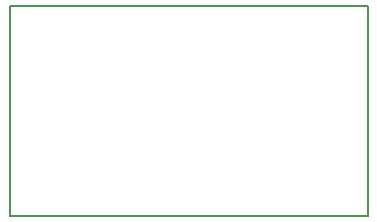
<source format=gm1>
G04 #@! TF.GenerationSoftware,KiCad,Pcbnew,(5.1.10)-1*
G04 #@! TF.CreationDate,2021-09-12T00:39:30-05:00*
G04 #@! TF.ProjectId,wireless_measurement_ard,77697265-6c65-4737-935f-6d6561737572,rev?*
G04 #@! TF.SameCoordinates,Original*
G04 #@! TF.FileFunction,Profile,NP*
%FSLAX46Y46*%
G04 Gerber Fmt 4.6, Leading zero omitted, Abs format (unit mm)*
G04 Created by KiCad (PCBNEW (5.1.10)-1) date 2021-09-12 00:39:30*
%MOMM*%
%LPD*%
G01*
G04 APERTURE LIST*
G04 #@! TA.AperFunction,Profile*
%ADD10C,0.150000*%
G04 #@! TD*
G04 APERTURE END LIST*
D10*
X110000000Y-92800000D02*
X110000000Y-75000000D01*
X110000000Y-92800000D02*
X140300000Y-92800000D01*
X140300000Y-75000000D02*
X140300000Y-92800000D01*
X110000000Y-75000000D02*
X140300000Y-75000000D01*
M02*

</source>
